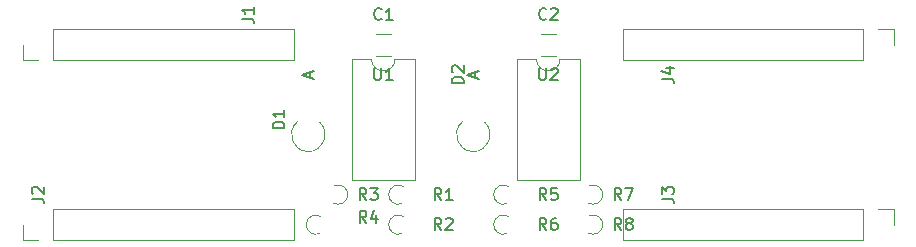
<source format=gbr>
%TF.GenerationSoftware,KiCad,Pcbnew,(5.1.10)-1*%
%TF.CreationDate,2021-06-04T17:55:21+02:00*%
%TF.ProjectId,JMY_USB-MIDI Converter,4a4d595f-5553-4422-9d4d-49444920436f,rev?*%
%TF.SameCoordinates,Original*%
%TF.FileFunction,Legend,Top*%
%TF.FilePolarity,Positive*%
%FSLAX46Y46*%
G04 Gerber Fmt 4.6, Leading zero omitted, Abs format (unit mm)*
G04 Created by KiCad (PCBNEW (5.1.10)-1) date 2021-06-04 17:55:21*
%MOMM*%
%LPD*%
G01*
G04 APERTURE LIST*
%ADD10C,0.120000*%
%ADD11C,0.150000*%
G04 APERTURE END LIST*
D10*
%TO.C,J1*%
X118170000Y-87690000D02*
X118170000Y-85030000D01*
X97790000Y-87690000D02*
X118170000Y-87690000D01*
X97790000Y-85030000D02*
X118170000Y-85030000D01*
X97790000Y-87690000D02*
X97790000Y-85030000D01*
X96520000Y-87690000D02*
X95190000Y-87690000D01*
X95190000Y-87690000D02*
X95190000Y-86360000D01*
%TO.C,U2*%
X140700000Y-87570000D02*
G75*
G02*
X138700000Y-87570000I-1000000J0D01*
G01*
X138700000Y-87570000D02*
X137050000Y-87570000D01*
X137050000Y-87570000D02*
X137050000Y-97850000D01*
X137050000Y-97850000D02*
X142350000Y-97850000D01*
X142350000Y-97850000D02*
X142350000Y-87570000D01*
X142350000Y-87570000D02*
X140700000Y-87570000D01*
%TO.C,R3*%
X120340095Y-102349359D02*
G75*
G02*
X120437133Y-100900000I-320095J749359D01*
G01*
%TO.C,J4*%
X145990000Y-85030000D02*
X145990000Y-87690000D01*
X166370000Y-85030000D02*
X145990000Y-85030000D01*
X166370000Y-87690000D02*
X145990000Y-87690000D01*
X166370000Y-85030000D02*
X166370000Y-87690000D01*
X167640000Y-85030000D02*
X168970000Y-85030000D01*
X168970000Y-85030000D02*
X168970000Y-86360000D01*
%TO.C,J2*%
X118170000Y-102930000D02*
X118170000Y-100270000D01*
X97790000Y-102930000D02*
X118170000Y-102930000D01*
X97790000Y-100270000D02*
X118170000Y-100270000D01*
X97790000Y-102930000D02*
X97790000Y-100270000D01*
X96520000Y-102930000D02*
X95190000Y-102930000D01*
X95190000Y-102930000D02*
X95190000Y-101600000D01*
%TO.C,U1*%
X126730000Y-87570000D02*
G75*
G02*
X124730000Y-87570000I-1000000J0D01*
G01*
X124730000Y-87570000D02*
X123080000Y-87570000D01*
X123080000Y-87570000D02*
X123080000Y-97850000D01*
X123080000Y-97850000D02*
X128380000Y-97850000D01*
X128380000Y-97850000D02*
X128380000Y-87570000D01*
X128380000Y-87570000D02*
X126730000Y-87570000D01*
%TO.C,C1*%
X126379000Y-87280000D02*
X125121000Y-87280000D01*
X126379000Y-85440000D02*
X125121000Y-85440000D01*
%TO.C,C2*%
X140349000Y-85440000D02*
X139091000Y-85440000D01*
X140349000Y-87280000D02*
X139091000Y-87280000D01*
%TO.C,D1*%
X120348866Y-92926150D02*
G75*
G02*
X118480000Y-92866761I-968866J-1053850D01*
G01*
%TO.C,D2*%
X134318866Y-92926150D02*
G75*
G02*
X132450000Y-92866761I-968866J-1053850D01*
G01*
%TO.C,R1*%
X127320095Y-99809359D02*
G75*
G02*
X127417133Y-98360000I-320095J749359D01*
G01*
%TO.C,R2*%
X127320095Y-102349359D02*
G75*
G02*
X127417133Y-100900000I-320095J749359D01*
G01*
%TO.C,R4*%
X121599905Y-98310641D02*
G75*
G02*
X121502867Y-99760000I320095J-749359D01*
G01*
%TO.C,R5*%
X136210095Y-99809359D02*
G75*
G02*
X136307133Y-98360000I-320095J749359D01*
G01*
%TO.C,R6*%
X136210095Y-102349359D02*
G75*
G02*
X136307133Y-100900000I-320095J749359D01*
G01*
%TO.C,R7*%
X143189905Y-98310641D02*
G75*
G02*
X143092867Y-99760000I320095J-749359D01*
G01*
%TO.C,R8*%
X143189905Y-100850641D02*
G75*
G02*
X143092867Y-102300000I320095J-749359D01*
G01*
%TO.C,J3*%
X168970000Y-100270000D02*
X168970000Y-101600000D01*
X167640000Y-100270000D02*
X168970000Y-100270000D01*
X166370000Y-100270000D02*
X166370000Y-102930000D01*
X166370000Y-102930000D02*
X145990000Y-102930000D01*
X166370000Y-100270000D02*
X145990000Y-100270000D01*
X145990000Y-100270000D02*
X145990000Y-102930000D01*
%TO.C,J1*%
D11*
X113752380Y-84153333D02*
X114466666Y-84153333D01*
X114609523Y-84200952D01*
X114704761Y-84296190D01*
X114752380Y-84439047D01*
X114752380Y-84534285D01*
X114752380Y-83153333D02*
X114752380Y-83724761D01*
X114752380Y-83439047D02*
X113752380Y-83439047D01*
X113895238Y-83534285D01*
X113990476Y-83629523D01*
X114038095Y-83724761D01*
%TO.C,U2*%
X138938095Y-88352380D02*
X138938095Y-89161904D01*
X138985714Y-89257142D01*
X139033333Y-89304761D01*
X139128571Y-89352380D01*
X139319047Y-89352380D01*
X139414285Y-89304761D01*
X139461904Y-89257142D01*
X139509523Y-89161904D01*
X139509523Y-88352380D01*
X139938095Y-88447619D02*
X139985714Y-88400000D01*
X140080952Y-88352380D01*
X140319047Y-88352380D01*
X140414285Y-88400000D01*
X140461904Y-88447619D01*
X140509523Y-88542857D01*
X140509523Y-88638095D01*
X140461904Y-88780952D01*
X139890476Y-89352380D01*
X140509523Y-89352380D01*
%TO.C,R3*%
X124293333Y-99512380D02*
X123960000Y-99036190D01*
X123721904Y-99512380D02*
X123721904Y-98512380D01*
X124102857Y-98512380D01*
X124198095Y-98560000D01*
X124245714Y-98607619D01*
X124293333Y-98702857D01*
X124293333Y-98845714D01*
X124245714Y-98940952D01*
X124198095Y-98988571D01*
X124102857Y-99036190D01*
X123721904Y-99036190D01*
X124626666Y-98512380D02*
X125245714Y-98512380D01*
X124912380Y-98893333D01*
X125055238Y-98893333D01*
X125150476Y-98940952D01*
X125198095Y-98988571D01*
X125245714Y-99083809D01*
X125245714Y-99321904D01*
X125198095Y-99417142D01*
X125150476Y-99464761D01*
X125055238Y-99512380D01*
X124769523Y-99512380D01*
X124674285Y-99464761D01*
X124626666Y-99417142D01*
%TO.C,J4*%
X149312380Y-89233333D02*
X150026666Y-89233333D01*
X150169523Y-89280952D01*
X150264761Y-89376190D01*
X150312380Y-89519047D01*
X150312380Y-89614285D01*
X149645714Y-88328571D02*
X150312380Y-88328571D01*
X149264761Y-88566666D02*
X149979047Y-88804761D01*
X149979047Y-88185714D01*
%TO.C,J2*%
X95972380Y-99393333D02*
X96686666Y-99393333D01*
X96829523Y-99440952D01*
X96924761Y-99536190D01*
X96972380Y-99679047D01*
X96972380Y-99774285D01*
X96067619Y-98964761D02*
X96020000Y-98917142D01*
X95972380Y-98821904D01*
X95972380Y-98583809D01*
X96020000Y-98488571D01*
X96067619Y-98440952D01*
X96162857Y-98393333D01*
X96258095Y-98393333D01*
X96400952Y-98440952D01*
X96972380Y-99012380D01*
X96972380Y-98393333D01*
%TO.C,U1*%
X124968095Y-88352380D02*
X124968095Y-89161904D01*
X125015714Y-89257142D01*
X125063333Y-89304761D01*
X125158571Y-89352380D01*
X125349047Y-89352380D01*
X125444285Y-89304761D01*
X125491904Y-89257142D01*
X125539523Y-89161904D01*
X125539523Y-88352380D01*
X126539523Y-89352380D02*
X125968095Y-89352380D01*
X126253809Y-89352380D02*
X126253809Y-88352380D01*
X126158571Y-88495238D01*
X126063333Y-88590476D01*
X125968095Y-88638095D01*
%TO.C,C1*%
X125583333Y-84177142D02*
X125535714Y-84224761D01*
X125392857Y-84272380D01*
X125297619Y-84272380D01*
X125154761Y-84224761D01*
X125059523Y-84129523D01*
X125011904Y-84034285D01*
X124964285Y-83843809D01*
X124964285Y-83700952D01*
X125011904Y-83510476D01*
X125059523Y-83415238D01*
X125154761Y-83320000D01*
X125297619Y-83272380D01*
X125392857Y-83272380D01*
X125535714Y-83320000D01*
X125583333Y-83367619D01*
X126535714Y-84272380D02*
X125964285Y-84272380D01*
X126250000Y-84272380D02*
X126250000Y-83272380D01*
X126154761Y-83415238D01*
X126059523Y-83510476D01*
X125964285Y-83558095D01*
%TO.C,C2*%
X139533333Y-84177142D02*
X139485714Y-84224761D01*
X139342857Y-84272380D01*
X139247619Y-84272380D01*
X139104761Y-84224761D01*
X139009523Y-84129523D01*
X138961904Y-84034285D01*
X138914285Y-83843809D01*
X138914285Y-83700952D01*
X138961904Y-83510476D01*
X139009523Y-83415238D01*
X139104761Y-83320000D01*
X139247619Y-83272380D01*
X139342857Y-83272380D01*
X139485714Y-83320000D01*
X139533333Y-83367619D01*
X139914285Y-83367619D02*
X139961904Y-83320000D01*
X140057142Y-83272380D01*
X140295238Y-83272380D01*
X140390476Y-83320000D01*
X140438095Y-83367619D01*
X140485714Y-83462857D01*
X140485714Y-83558095D01*
X140438095Y-83700952D01*
X139866666Y-84272380D01*
X140485714Y-84272380D01*
%TO.C,D1*%
X117362380Y-93448095D02*
X116362380Y-93448095D01*
X116362380Y-93210000D01*
X116410000Y-93067142D01*
X116505238Y-92971904D01*
X116600476Y-92924285D01*
X116790952Y-92876666D01*
X116933809Y-92876666D01*
X117124285Y-92924285D01*
X117219523Y-92971904D01*
X117314761Y-93067142D01*
X117362380Y-93210000D01*
X117362380Y-93448095D01*
X117362380Y-91924285D02*
X117362380Y-92495714D01*
X117362380Y-92210000D02*
X116362380Y-92210000D01*
X116505238Y-92305238D01*
X116600476Y-92400476D01*
X116648095Y-92495714D01*
X119546666Y-89138095D02*
X119546666Y-88661904D01*
X119832380Y-89233333D02*
X118832380Y-88900000D01*
X119832380Y-88566666D01*
%TO.C,D2*%
X132532380Y-89638095D02*
X131532380Y-89638095D01*
X131532380Y-89400000D01*
X131580000Y-89257142D01*
X131675238Y-89161904D01*
X131770476Y-89114285D01*
X131960952Y-89066666D01*
X132103809Y-89066666D01*
X132294285Y-89114285D01*
X132389523Y-89161904D01*
X132484761Y-89257142D01*
X132532380Y-89400000D01*
X132532380Y-89638095D01*
X131627619Y-88685714D02*
X131580000Y-88638095D01*
X131532380Y-88542857D01*
X131532380Y-88304761D01*
X131580000Y-88209523D01*
X131627619Y-88161904D01*
X131722857Y-88114285D01*
X131818095Y-88114285D01*
X131960952Y-88161904D01*
X132532380Y-88733333D01*
X132532380Y-88114285D01*
X133516666Y-89138095D02*
X133516666Y-88661904D01*
X133802380Y-89233333D02*
X132802380Y-88900000D01*
X133802380Y-88566666D01*
%TO.C,R1*%
X130643333Y-99512380D02*
X130310000Y-99036190D01*
X130071904Y-99512380D02*
X130071904Y-98512380D01*
X130452857Y-98512380D01*
X130548095Y-98560000D01*
X130595714Y-98607619D01*
X130643333Y-98702857D01*
X130643333Y-98845714D01*
X130595714Y-98940952D01*
X130548095Y-98988571D01*
X130452857Y-99036190D01*
X130071904Y-99036190D01*
X131595714Y-99512380D02*
X131024285Y-99512380D01*
X131310000Y-99512380D02*
X131310000Y-98512380D01*
X131214761Y-98655238D01*
X131119523Y-98750476D01*
X131024285Y-98798095D01*
%TO.C,R2*%
X130643333Y-102052380D02*
X130310000Y-101576190D01*
X130071904Y-102052380D02*
X130071904Y-101052380D01*
X130452857Y-101052380D01*
X130548095Y-101100000D01*
X130595714Y-101147619D01*
X130643333Y-101242857D01*
X130643333Y-101385714D01*
X130595714Y-101480952D01*
X130548095Y-101528571D01*
X130452857Y-101576190D01*
X130071904Y-101576190D01*
X131024285Y-101147619D02*
X131071904Y-101100000D01*
X131167142Y-101052380D01*
X131405238Y-101052380D01*
X131500476Y-101100000D01*
X131548095Y-101147619D01*
X131595714Y-101242857D01*
X131595714Y-101338095D01*
X131548095Y-101480952D01*
X130976666Y-102052380D01*
X131595714Y-102052380D01*
%TO.C,R4*%
X124293333Y-101432380D02*
X123960000Y-100956190D01*
X123721904Y-101432380D02*
X123721904Y-100432380D01*
X124102857Y-100432380D01*
X124198095Y-100480000D01*
X124245714Y-100527619D01*
X124293333Y-100622857D01*
X124293333Y-100765714D01*
X124245714Y-100860952D01*
X124198095Y-100908571D01*
X124102857Y-100956190D01*
X123721904Y-100956190D01*
X125150476Y-100765714D02*
X125150476Y-101432380D01*
X124912380Y-100384761D02*
X124674285Y-101099047D01*
X125293333Y-101099047D01*
%TO.C,R5*%
X139533333Y-99512380D02*
X139200000Y-99036190D01*
X138961904Y-99512380D02*
X138961904Y-98512380D01*
X139342857Y-98512380D01*
X139438095Y-98560000D01*
X139485714Y-98607619D01*
X139533333Y-98702857D01*
X139533333Y-98845714D01*
X139485714Y-98940952D01*
X139438095Y-98988571D01*
X139342857Y-99036190D01*
X138961904Y-99036190D01*
X140438095Y-98512380D02*
X139961904Y-98512380D01*
X139914285Y-98988571D01*
X139961904Y-98940952D01*
X140057142Y-98893333D01*
X140295238Y-98893333D01*
X140390476Y-98940952D01*
X140438095Y-98988571D01*
X140485714Y-99083809D01*
X140485714Y-99321904D01*
X140438095Y-99417142D01*
X140390476Y-99464761D01*
X140295238Y-99512380D01*
X140057142Y-99512380D01*
X139961904Y-99464761D01*
X139914285Y-99417142D01*
%TO.C,R6*%
X139533333Y-102052380D02*
X139200000Y-101576190D01*
X138961904Y-102052380D02*
X138961904Y-101052380D01*
X139342857Y-101052380D01*
X139438095Y-101100000D01*
X139485714Y-101147619D01*
X139533333Y-101242857D01*
X139533333Y-101385714D01*
X139485714Y-101480952D01*
X139438095Y-101528571D01*
X139342857Y-101576190D01*
X138961904Y-101576190D01*
X140390476Y-101052380D02*
X140200000Y-101052380D01*
X140104761Y-101100000D01*
X140057142Y-101147619D01*
X139961904Y-101290476D01*
X139914285Y-101480952D01*
X139914285Y-101861904D01*
X139961904Y-101957142D01*
X140009523Y-102004761D01*
X140104761Y-102052380D01*
X140295238Y-102052380D01*
X140390476Y-102004761D01*
X140438095Y-101957142D01*
X140485714Y-101861904D01*
X140485714Y-101623809D01*
X140438095Y-101528571D01*
X140390476Y-101480952D01*
X140295238Y-101433333D01*
X140104761Y-101433333D01*
X140009523Y-101480952D01*
X139961904Y-101528571D01*
X139914285Y-101623809D01*
%TO.C,R7*%
X145883333Y-99512380D02*
X145550000Y-99036190D01*
X145311904Y-99512380D02*
X145311904Y-98512380D01*
X145692857Y-98512380D01*
X145788095Y-98560000D01*
X145835714Y-98607619D01*
X145883333Y-98702857D01*
X145883333Y-98845714D01*
X145835714Y-98940952D01*
X145788095Y-98988571D01*
X145692857Y-99036190D01*
X145311904Y-99036190D01*
X146216666Y-98512380D02*
X146883333Y-98512380D01*
X146454761Y-99512380D01*
%TO.C,R8*%
X145883333Y-102052380D02*
X145550000Y-101576190D01*
X145311904Y-102052380D02*
X145311904Y-101052380D01*
X145692857Y-101052380D01*
X145788095Y-101100000D01*
X145835714Y-101147619D01*
X145883333Y-101242857D01*
X145883333Y-101385714D01*
X145835714Y-101480952D01*
X145788095Y-101528571D01*
X145692857Y-101576190D01*
X145311904Y-101576190D01*
X146454761Y-101480952D02*
X146359523Y-101433333D01*
X146311904Y-101385714D01*
X146264285Y-101290476D01*
X146264285Y-101242857D01*
X146311904Y-101147619D01*
X146359523Y-101100000D01*
X146454761Y-101052380D01*
X146645238Y-101052380D01*
X146740476Y-101100000D01*
X146788095Y-101147619D01*
X146835714Y-101242857D01*
X146835714Y-101290476D01*
X146788095Y-101385714D01*
X146740476Y-101433333D01*
X146645238Y-101480952D01*
X146454761Y-101480952D01*
X146359523Y-101528571D01*
X146311904Y-101576190D01*
X146264285Y-101671428D01*
X146264285Y-101861904D01*
X146311904Y-101957142D01*
X146359523Y-102004761D01*
X146454761Y-102052380D01*
X146645238Y-102052380D01*
X146740476Y-102004761D01*
X146788095Y-101957142D01*
X146835714Y-101861904D01*
X146835714Y-101671428D01*
X146788095Y-101576190D01*
X146740476Y-101528571D01*
X146645238Y-101480952D01*
%TO.C,J3*%
X149312380Y-99393333D02*
X150026666Y-99393333D01*
X150169523Y-99440952D01*
X150264761Y-99536190D01*
X150312380Y-99679047D01*
X150312380Y-99774285D01*
X149312380Y-99012380D02*
X149312380Y-98393333D01*
X149693333Y-98726666D01*
X149693333Y-98583809D01*
X149740952Y-98488571D01*
X149788571Y-98440952D01*
X149883809Y-98393333D01*
X150121904Y-98393333D01*
X150217142Y-98440952D01*
X150264761Y-98488571D01*
X150312380Y-98583809D01*
X150312380Y-98869523D01*
X150264761Y-98964761D01*
X150217142Y-99012380D01*
%TD*%
M02*

</source>
